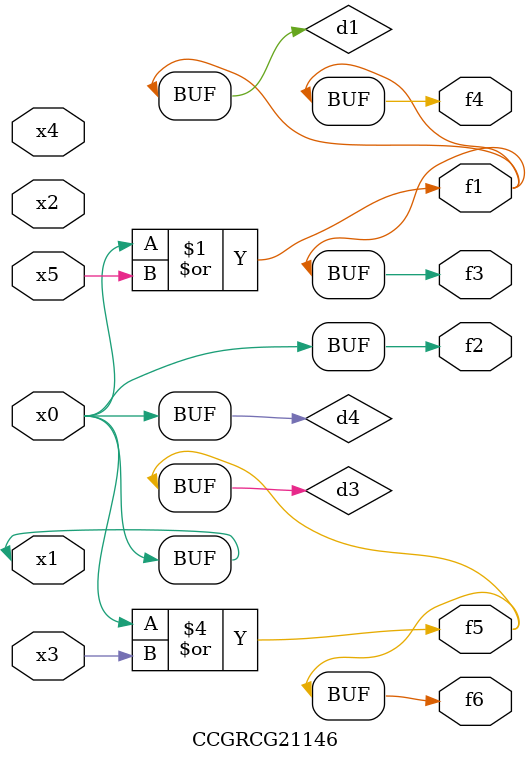
<source format=v>
module CCGRCG21146(
	input x0, x1, x2, x3, x4, x5,
	output f1, f2, f3, f4, f5, f6
);

	wire d1, d2, d3, d4;

	or (d1, x0, x5);
	xnor (d2, x1, x4);
	or (d3, x0, x3);
	buf (d4, x0, x1);
	assign f1 = d1;
	assign f2 = d4;
	assign f3 = d1;
	assign f4 = d1;
	assign f5 = d3;
	assign f6 = d3;
endmodule

</source>
